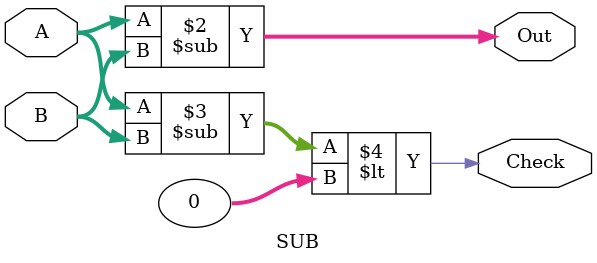
<source format=v>
module SUB(A, B, Out, Check);
	input [7:0] A;
	input [7:0] B;
	
	output [7:0] Out;
	output Check;
	
	reg Out;
	reg Check;
	
	always @(*) begin
		Out = A - B; // subtract
		Check = A - B < 0; // check sign
	end
endmodule
</source>
